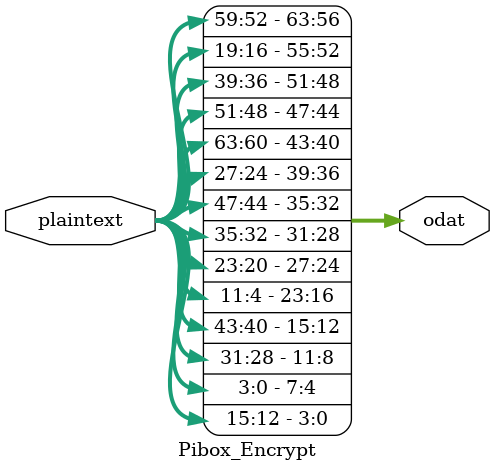
<source format=v>
`timescale 1ns/1ps

module Pibox_Encrypt(
   output [63:0] odat,
   input  [63:0] plaintext
);

assign odat[43:40] = plaintext [63:60] ; // pi[0] = 5
assign odat[63:60] = plaintext[59:56] ; // pi[1] = 0
assign odat[59:56] = plaintext[55:52]; // pi[2] = 1
assign odat[47:44] = plaintext[51:48]; // pi[3] = 4
assign odat[35:32] = plaintext[47:44];   // pi[4] = 7
assign odat[15:12] = plaintext[43:40]; // pi[5] = 12
assign odat[51:48] = plaintext[39:36]; // pi[6] = 3
assign odat[31:28] = plaintext[35:32]; // pi[7] = 8
assign odat[11:8] = plaintext[31:28]; // pi[8] = 13
assign odat[39:36] = plaintext[27:24];   // pi[9] = 6
assign odat[27:24] = plaintext[23:20]; // pi[10] = 9
assign odat[55:52] = plaintext[19:16]; // pi[11] = 2
assign odat[3:0] = plaintext[15:12]; // pi[12] = 15
assign odat[23:20] = plaintext[11:8]; // pi[13] = 10
assign odat[19:16] = plaintext[7:4];  // pi[14] = 11
assign odat[7:4] = plaintext[3:0]; // pi[15] = 14

endmodule
</source>
